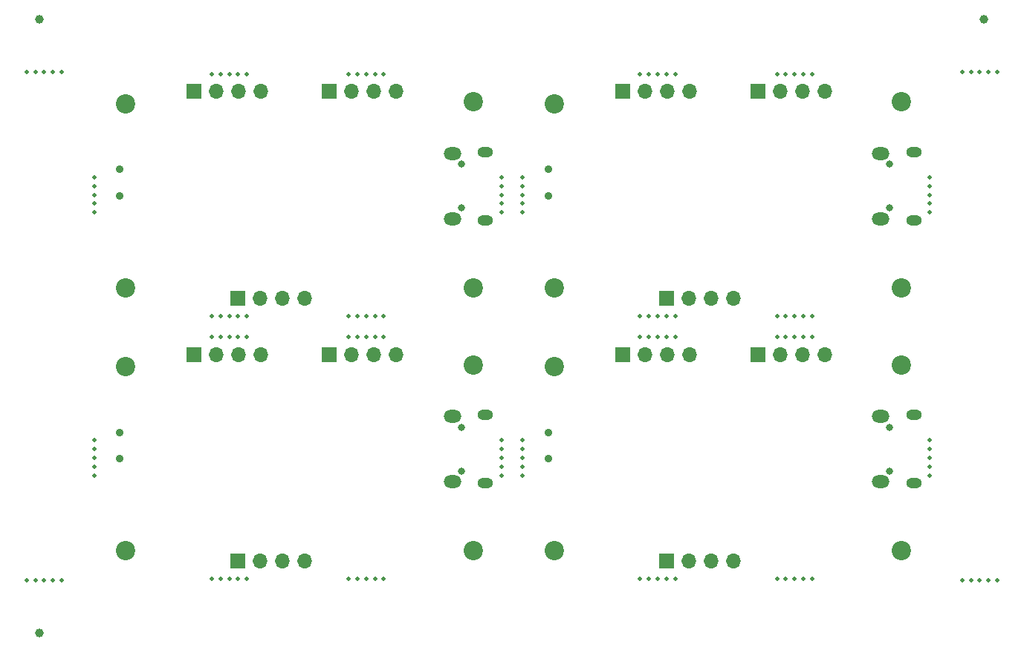
<source format=gbr>
%TF.GenerationSoftware,KiCad,Pcbnew,(6.0.7)*%
%TF.CreationDate,2022-11-18T16:05:41+07:00*%
%TF.ProjectId,test,74657374-2e6b-4696-9361-645f70636258,rev?*%
%TF.SameCoordinates,Original*%
%TF.FileFunction,Soldermask,Bot*%
%TF.FilePolarity,Negative*%
%FSLAX46Y46*%
G04 Gerber Fmt 4.6, Leading zero omitted, Abs format (unit mm)*
G04 Created by KiCad (PCBNEW (6.0.7)) date 2022-11-18 16:05:41*
%MOMM*%
%LPD*%
G01*
G04 APERTURE LIST*
%ADD10C,1.000000*%
%ADD11C,0.500000*%
%ADD12R,1.700000X1.700000*%
%ADD13O,1.700000X1.700000*%
%ADD14C,0.900000*%
%ADD15C,2.200000*%
%ADD16O,0.800000X0.800000*%
%ADD17O,1.800000X1.150000*%
%ADD18O,2.000000X1.450000*%
G04 APERTURE END LIST*
D10*
%TO.C,REF\u002A\u002A*%
X17000000Y-87000000D03*
%TD*%
%TO.C,REF\u002A\u002A*%
X124600000Y-17000000D03*
%TD*%
%TO.C,REF\u002A\u002A*%
X17000000Y-17000000D03*
%TD*%
D11*
%TO.C,REF\u002A\u002A*%
X56200000Y-50800000D03*
%TD*%
D12*
%TO.C,USART1*%
X83400000Y-55200000D03*
D13*
X85940000Y-55200000D03*
X88480000Y-55200000D03*
X91020000Y-55200000D03*
%TD*%
D14*
%TO.C,SW1*%
X26145000Y-37100000D03*
X26145000Y-34100000D03*
%TD*%
D11*
%TO.C,REF\u002A\u002A*%
X56200000Y-53200000D03*
%TD*%
%TO.C,REF\u002A\u002A*%
X55200000Y-53200000D03*
%TD*%
D15*
%TO.C,H2*%
X66400000Y-26400000D03*
%TD*%
%TO.C,H1*%
X26800000Y-77600000D03*
%TD*%
D11*
%TO.C,REF\u002A\u002A*%
X72000000Y-35000000D03*
%TD*%
%TO.C,REF\u002A\u002A*%
X37600000Y-53200000D03*
%TD*%
%TO.C,REF\u002A\u002A*%
X56200000Y-80800000D03*
%TD*%
%TO.C,REF\u002A\u002A*%
X37600000Y-23200000D03*
%TD*%
%TO.C,REF\u002A\u002A*%
X19500000Y-23000000D03*
%TD*%
D14*
%TO.C,SW1*%
X74945000Y-34100000D03*
X74945000Y-37100000D03*
%TD*%
D15*
%TO.C,H2*%
X115200000Y-26400000D03*
%TD*%
D11*
%TO.C,REF\u002A\u002A*%
X38600000Y-53200000D03*
%TD*%
%TO.C,REF\u002A\u002A*%
X118400000Y-38000000D03*
%TD*%
%TO.C,REF\u002A\u002A*%
X56200000Y-23200000D03*
%TD*%
%TO.C,REF\u002A\u002A*%
X86400000Y-80800000D03*
%TD*%
D15*
%TO.C,H1*%
X75600000Y-47600000D03*
%TD*%
D11*
%TO.C,REF\u002A\u002A*%
X86400000Y-50800000D03*
%TD*%
%TO.C,REF\u002A\u002A*%
X23200000Y-67000000D03*
%TD*%
%TO.C,REF\u002A\u002A*%
X102000000Y-50800000D03*
%TD*%
%TO.C,REF\u002A\u002A*%
X88400000Y-80800000D03*
%TD*%
%TO.C,REF\u002A\u002A*%
X87400000Y-50800000D03*
%TD*%
D15*
%TO.C,H4*%
X115200000Y-77600000D03*
%TD*%
%TO.C,H3*%
X75600000Y-26600000D03*
%TD*%
D11*
%TO.C,REF\u002A\u002A*%
X72000000Y-39000000D03*
%TD*%
%TO.C,REF\u002A\u002A*%
X104000000Y-53200000D03*
%TD*%
%TO.C,REF\u002A\u002A*%
X15500000Y-23000000D03*
%TD*%
%TO.C,REF\u002A\u002A*%
X104000000Y-50800000D03*
%TD*%
%TO.C,REF\u002A\u002A*%
X38600000Y-50800000D03*
%TD*%
%TO.C,REF\u002A\u002A*%
X105000000Y-50800000D03*
%TD*%
%TO.C,REF\u002A\u002A*%
X69600000Y-67000000D03*
%TD*%
%TO.C,REF\u002A\u002A*%
X23200000Y-36000000D03*
%TD*%
D12*
%TO.C,J3*%
X50000000Y-55200000D03*
D13*
X52540000Y-55200000D03*
X55080000Y-55200000D03*
X57620000Y-55200000D03*
%TD*%
D11*
%TO.C,REF\u002A\u002A*%
X17500000Y-23000000D03*
%TD*%
%TO.C,REF\u002A\u002A*%
X89400000Y-53200000D03*
%TD*%
%TO.C,REF\u002A\u002A*%
X39600000Y-53200000D03*
%TD*%
D15*
%TO.C,H4*%
X66400000Y-77600000D03*
%TD*%
D11*
%TO.C,REF\u002A\u002A*%
X89400000Y-50800000D03*
%TD*%
%TO.C,REF\u002A\u002A*%
X54200000Y-53200000D03*
%TD*%
%TO.C,REF\u002A\u002A*%
X52200000Y-23200000D03*
%TD*%
%TO.C,REF\u002A\u002A*%
X89400000Y-80800000D03*
%TD*%
%TO.C,REF\u002A\u002A*%
X54200000Y-23200000D03*
%TD*%
%TO.C,REF\u002A\u002A*%
X102000000Y-80800000D03*
%TD*%
%TO.C,REF\u002A\u002A*%
X105000000Y-80800000D03*
%TD*%
%TO.C,REF\u002A\u002A*%
X118400000Y-67000000D03*
%TD*%
%TO.C,REF\u002A\u002A*%
X69600000Y-66000000D03*
%TD*%
%TO.C,REF\u002A\u002A*%
X118400000Y-35000000D03*
%TD*%
%TO.C,REF\u002A\u002A*%
X36600000Y-53200000D03*
%TD*%
%TO.C,REF\u002A\u002A*%
X16500000Y-23000000D03*
%TD*%
%TO.C,REF\u002A\u002A*%
X86400000Y-53200000D03*
%TD*%
%TO.C,REF\u002A\u002A*%
X54200000Y-50800000D03*
%TD*%
%TO.C,REF\u002A\u002A*%
X103000000Y-23200000D03*
%TD*%
%TO.C,REF\u002A\u002A*%
X53200000Y-80800000D03*
%TD*%
%TO.C,REF\u002A\u002A*%
X39600000Y-50800000D03*
%TD*%
D12*
%TO.C,J3*%
X98800000Y-25200000D03*
D13*
X101340000Y-25200000D03*
X103880000Y-25200000D03*
X106420000Y-25200000D03*
%TD*%
D11*
%TO.C,REF\u002A\u002A*%
X101000000Y-53200000D03*
%TD*%
%TO.C,REF\u002A\u002A*%
X69600000Y-39000000D03*
%TD*%
%TO.C,REF\u002A\u002A*%
X126100000Y-23000000D03*
%TD*%
%TO.C,REF\u002A\u002A*%
X86400000Y-23200000D03*
%TD*%
%TO.C,REF\u002A\u002A*%
X72000000Y-67000000D03*
%TD*%
%TO.C,REF\u002A\u002A*%
X88400000Y-53200000D03*
%TD*%
%TO.C,REF\u002A\u002A*%
X39600000Y-23200000D03*
%TD*%
%TO.C,REF\u002A\u002A*%
X122100000Y-23000000D03*
%TD*%
D12*
%TO.C,I2C1*%
X39600000Y-48800000D03*
D13*
X42140000Y-48800000D03*
X44680000Y-48800000D03*
X47220000Y-48800000D03*
%TD*%
D11*
%TO.C,REF\u002A\u002A*%
X72000000Y-65000000D03*
%TD*%
%TO.C,REF\u002A\u002A*%
X69600000Y-68000000D03*
%TD*%
%TO.C,REF\u002A\u002A*%
X118400000Y-68000000D03*
%TD*%
%TO.C,REF\u002A\u002A*%
X118400000Y-37000000D03*
%TD*%
%TO.C,REF\u002A\u002A*%
X23200000Y-65000000D03*
%TD*%
%TO.C,REF\u002A\u002A*%
X69600000Y-65000000D03*
%TD*%
%TO.C,REF\u002A\u002A*%
X118400000Y-66000000D03*
%TD*%
%TO.C,REF\u002A\u002A*%
X23200000Y-66000000D03*
%TD*%
D15*
%TO.C,H2*%
X115200000Y-56400000D03*
%TD*%
D12*
%TO.C,I2C1*%
X88400000Y-48800000D03*
D13*
X90940000Y-48800000D03*
X93480000Y-48800000D03*
X96020000Y-48800000D03*
%TD*%
D11*
%TO.C,REF\u002A\u002A*%
X19500000Y-81000000D03*
%TD*%
%TO.C,REF\u002A\u002A*%
X23200000Y-35000000D03*
%TD*%
D15*
%TO.C,H4*%
X115200000Y-47600000D03*
%TD*%
D11*
%TO.C,REF\u002A\u002A*%
X18500000Y-23000000D03*
%TD*%
%TO.C,REF\u002A\u002A*%
X36600000Y-80800000D03*
%TD*%
%TO.C,REF\u002A\u002A*%
X52200000Y-53200000D03*
%TD*%
%TO.C,REF\u002A\u002A*%
X69600000Y-36000000D03*
%TD*%
%TO.C,REF\u002A\u002A*%
X125100000Y-23000000D03*
%TD*%
%TO.C,REF\u002A\u002A*%
X52200000Y-80800000D03*
%TD*%
%TO.C,REF\u002A\u002A*%
X23200000Y-37000000D03*
%TD*%
D12*
%TO.C,J3*%
X98800000Y-55200000D03*
D13*
X101340000Y-55200000D03*
X103880000Y-55200000D03*
X106420000Y-55200000D03*
%TD*%
D11*
%TO.C,REF\u002A\u002A*%
X23200000Y-68000000D03*
%TD*%
%TO.C,REF\u002A\u002A*%
X55200000Y-23200000D03*
%TD*%
%TO.C,REF\u002A\u002A*%
X101000000Y-50800000D03*
%TD*%
%TO.C,REF\u002A\u002A*%
X101000000Y-23200000D03*
%TD*%
%TO.C,REF\u002A\u002A*%
X85400000Y-80800000D03*
%TD*%
%TO.C,REF\u002A\u002A*%
X102000000Y-23200000D03*
%TD*%
%TO.C,REF\u002A\u002A*%
X104000000Y-80800000D03*
%TD*%
%TO.C,REF\u002A\u002A*%
X18500000Y-81000000D03*
%TD*%
%TO.C,REF\u002A\u002A*%
X40600000Y-23200000D03*
%TD*%
D15*
%TO.C,H3*%
X26800000Y-56600000D03*
%TD*%
D11*
%TO.C,REF\u002A\u002A*%
X118400000Y-65000000D03*
%TD*%
%TO.C,REF\u002A\u002A*%
X123100000Y-23000000D03*
%TD*%
%TO.C,REF\u002A\u002A*%
X37600000Y-50800000D03*
%TD*%
%TO.C,REF\u002A\u002A*%
X125100000Y-81000000D03*
%TD*%
D12*
%TO.C,J3*%
X50000000Y-25200000D03*
D13*
X52540000Y-25200000D03*
X55080000Y-25200000D03*
X57620000Y-25200000D03*
%TD*%
D11*
%TO.C,REF\u002A\u002A*%
X126100000Y-81000000D03*
%TD*%
%TO.C,REF\u002A\u002A*%
X104000000Y-23200000D03*
%TD*%
%TO.C,REF\u002A\u002A*%
X36600000Y-50800000D03*
%TD*%
D15*
%TO.C,H4*%
X66400000Y-47600000D03*
%TD*%
D11*
%TO.C,REF\u002A\u002A*%
X17500000Y-81000000D03*
%TD*%
%TO.C,REF\u002A\u002A*%
X16500000Y-81000000D03*
%TD*%
%TO.C,REF\u002A\u002A*%
X72000000Y-38000000D03*
%TD*%
D12*
%TO.C,I2C1*%
X88400000Y-78800000D03*
D13*
X90940000Y-78800000D03*
X93480000Y-78800000D03*
X96020000Y-78800000D03*
%TD*%
D11*
%TO.C,REF\u002A\u002A*%
X38600000Y-80800000D03*
%TD*%
D15*
%TO.C,H3*%
X26800000Y-26600000D03*
%TD*%
D11*
%TO.C,REF\u002A\u002A*%
X55200000Y-80800000D03*
%TD*%
%TO.C,REF\u002A\u002A*%
X122100000Y-81000000D03*
%TD*%
%TO.C,REF\u002A\u002A*%
X85400000Y-50800000D03*
%TD*%
%TO.C,REF\u002A\u002A*%
X53200000Y-50800000D03*
%TD*%
D12*
%TO.C,USART1*%
X83400000Y-25200000D03*
D13*
X85940000Y-25200000D03*
X88480000Y-25200000D03*
X91020000Y-25200000D03*
%TD*%
D11*
%TO.C,REF\u002A\u002A*%
X85400000Y-53200000D03*
%TD*%
%TO.C,REF\u002A\u002A*%
X72000000Y-37000000D03*
%TD*%
%TO.C,REF\u002A\u002A*%
X37600000Y-80800000D03*
%TD*%
%TO.C,REF\u002A\u002A*%
X118400000Y-39000000D03*
%TD*%
D15*
%TO.C,H1*%
X26800000Y-47600000D03*
%TD*%
D11*
%TO.C,REF\u002A\u002A*%
X101000000Y-80800000D03*
%TD*%
%TO.C,REF\u002A\u002A*%
X103000000Y-50800000D03*
%TD*%
%TO.C,REF\u002A\u002A*%
X38600000Y-23200000D03*
%TD*%
%TO.C,REF\u002A\u002A*%
X87400000Y-80800000D03*
%TD*%
%TO.C,REF\u002A\u002A*%
X88400000Y-23200000D03*
%TD*%
%TO.C,REF\u002A\u002A*%
X72000000Y-69000000D03*
%TD*%
%TO.C,REF\u002A\u002A*%
X53200000Y-23200000D03*
%TD*%
D16*
%TO.C,J2*%
X113845000Y-63500000D03*
X113845000Y-68500000D03*
D17*
X116595000Y-69875000D03*
X116595000Y-62125000D03*
D18*
X112795000Y-69725000D03*
X112795000Y-62275000D03*
%TD*%
D16*
%TO.C,J2*%
X113845000Y-38500000D03*
X113845000Y-33500000D03*
D17*
X116595000Y-39875000D03*
D18*
X112795000Y-39725000D03*
D17*
X116595000Y-32125000D03*
D18*
X112795000Y-32275000D03*
%TD*%
D11*
%TO.C,REF\u002A\u002A*%
X40600000Y-50800000D03*
%TD*%
%TO.C,REF\u002A\u002A*%
X39600000Y-80800000D03*
%TD*%
%TO.C,REF\u002A\u002A*%
X123100000Y-81000000D03*
%TD*%
%TO.C,REF\u002A\u002A*%
X23200000Y-38000000D03*
%TD*%
D14*
%TO.C,SW1*%
X26145000Y-67100000D03*
X26145000Y-64100000D03*
%TD*%
D11*
%TO.C,REF\u002A\u002A*%
X69600000Y-38000000D03*
%TD*%
D12*
%TO.C,I2C1*%
X39600000Y-78800000D03*
D13*
X42140000Y-78800000D03*
X44680000Y-78800000D03*
X47220000Y-78800000D03*
%TD*%
D11*
%TO.C,REF\u002A\u002A*%
X15500000Y-81000000D03*
%TD*%
%TO.C,REF\u002A\u002A*%
X105000000Y-23200000D03*
%TD*%
%TO.C,REF\u002A\u002A*%
X124100000Y-23000000D03*
%TD*%
%TO.C,REF\u002A\u002A*%
X69600000Y-37000000D03*
%TD*%
%TO.C,REF\u002A\u002A*%
X124100000Y-81000000D03*
%TD*%
%TO.C,REF\u002A\u002A*%
X69600000Y-35000000D03*
%TD*%
%TO.C,REF\u002A\u002A*%
X72000000Y-66000000D03*
%TD*%
D12*
%TO.C,USART1*%
X34600000Y-55200000D03*
D13*
X37140000Y-55200000D03*
X39680000Y-55200000D03*
X42220000Y-55200000D03*
%TD*%
D11*
%TO.C,REF\u002A\u002A*%
X118400000Y-36000000D03*
%TD*%
%TO.C,REF\u002A\u002A*%
X87400000Y-53200000D03*
%TD*%
%TO.C,REF\u002A\u002A*%
X23200000Y-39000000D03*
%TD*%
D12*
%TO.C,USART1*%
X34600000Y-25200000D03*
D13*
X37140000Y-25200000D03*
X39680000Y-25200000D03*
X42220000Y-25200000D03*
%TD*%
D11*
%TO.C,REF\u002A\u002A*%
X40600000Y-53200000D03*
%TD*%
D16*
%TO.C,J2*%
X65045000Y-38500000D03*
X65045000Y-33500000D03*
D17*
X67795000Y-32125000D03*
D18*
X63995000Y-39725000D03*
D17*
X67795000Y-39875000D03*
D18*
X63995000Y-32275000D03*
%TD*%
D11*
%TO.C,REF\u002A\u002A*%
X85400000Y-23200000D03*
%TD*%
D15*
%TO.C,H3*%
X75600000Y-56600000D03*
%TD*%
%TO.C,H2*%
X66400000Y-56400000D03*
%TD*%
D11*
%TO.C,REF\u002A\u002A*%
X103000000Y-80800000D03*
%TD*%
%TO.C,REF\u002A\u002A*%
X54200000Y-80800000D03*
%TD*%
%TO.C,REF\u002A\u002A*%
X40600000Y-80800000D03*
%TD*%
%TO.C,REF\u002A\u002A*%
X105000000Y-53200000D03*
%TD*%
%TO.C,REF\u002A\u002A*%
X88400000Y-50800000D03*
%TD*%
%TO.C,REF\u002A\u002A*%
X118400000Y-69000000D03*
%TD*%
D15*
%TO.C,H1*%
X75600000Y-77600000D03*
%TD*%
D14*
%TO.C,SW1*%
X74945000Y-64100000D03*
X74945000Y-67100000D03*
%TD*%
D16*
%TO.C,J2*%
X65045000Y-68500000D03*
X65045000Y-63500000D03*
D18*
X63995000Y-69725000D03*
D17*
X67795000Y-62125000D03*
X67795000Y-69875000D03*
D18*
X63995000Y-62275000D03*
%TD*%
D11*
%TO.C,REF\u002A\u002A*%
X53200000Y-53200000D03*
%TD*%
%TO.C,REF\u002A\u002A*%
X72000000Y-36000000D03*
%TD*%
%TO.C,REF\u002A\u002A*%
X72000000Y-68000000D03*
%TD*%
%TO.C,REF\u002A\u002A*%
X89400000Y-23200000D03*
%TD*%
%TO.C,REF\u002A\u002A*%
X52200000Y-50800000D03*
%TD*%
%TO.C,REF\u002A\u002A*%
X69600000Y-69000000D03*
%TD*%
%TO.C,REF\u002A\u002A*%
X103000000Y-53200000D03*
%TD*%
%TO.C,REF\u002A\u002A*%
X87400000Y-23200000D03*
%TD*%
%TO.C,REF\u002A\u002A*%
X23200000Y-69000000D03*
%TD*%
%TO.C,REF\u002A\u002A*%
X36600000Y-23200000D03*
%TD*%
%TO.C,REF\u002A\u002A*%
X55200000Y-50800000D03*
%TD*%
%TO.C,REF\u002A\u002A*%
X102000000Y-53200000D03*
%TD*%
M02*

</source>
